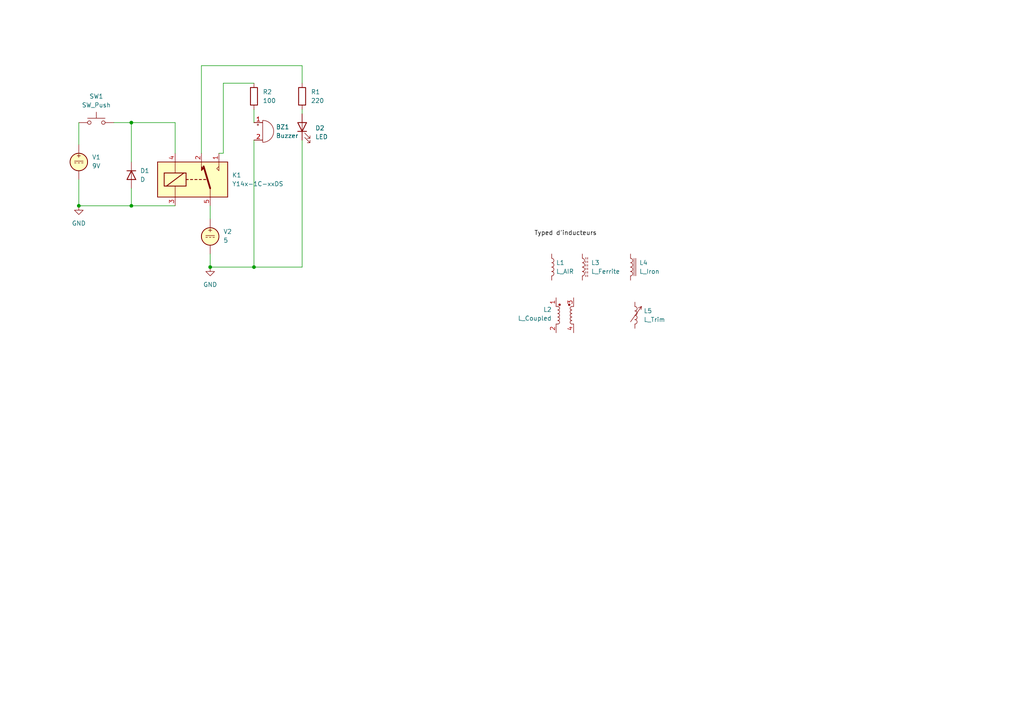
<source format=kicad_sch>
(kicad_sch (version 20231120) (generator "eeschema") (generator_version "8.0")
  (paper "A4")
  (lib_symbols
    (symbol "Device:Buzzer" (pin_names (offset 0.0254) hide)
      (property "Reference" "BZ" (at 3.81 1.27 0))
      (property "Value" "Buzzer" (at 3.81 -1.27 0))
      (symbol "Buzzer_0_1"
        (arc (start 0 -3.175) (mid 3.1612 0) (end 0 3.175))
        (polyline (pts (xy -1.651 1.905) (xy -1.143 1.905)))
        (polyline (pts (xy -1.397 2.159) (xy -1.397 1.651)))
        (polyline (pts (xy 0 3.175) (xy 0 -3.175)))
      )
      (symbol "Buzzer_1_1"
        (pin passive line (at -2.54 2.54 0) (length 2.54) (name "+") (number "1"))
        (pin passive line (at -2.54 -2.54 0) (length 2.54) (name "-") (number "2"))
      )
    )
    (symbol "Device:D" (pin_numbers hide) (pin_names (offset 1.016) hide)
      (property "Reference" "D" (at 0 2.54 0))
      (property "Value" "D" (at 0 -2.54 0))
      (symbol "D_0_1"
        (polyline (pts (xy -1.27 1.27) (xy -1.27 -1.27)) (stroke (width 0.254)))
        (polyline (pts (xy 1.27 0) (xy -1.27 0)))
        (polyline (pts (xy 1.27 1.27) (xy 1.27 -1.27) (xy -1.27 0) (xy 1.27 1.27)) (stroke (width 0.254)))
      )
      (symbol "D_1_1"
        (pin passive line (at -3.81 0 0) (length 2.54) (name "K") (number "1"))
        (pin passive line (at 3.81 0 180) (length 2.54) (name "A") (number "2"))
      )
    )
    (symbol "Device:L" (pin_numbers hide) (pin_names (offset 1.016) hide)
      (property "Reference" "L" (at -1.27 0 90))
      (property "Value" "L" (at 1.905 0 90))
      (symbol "L_0_1"
        (arc (start 0 -2.54) (mid 0.6323 -1.905) (end 0 -1.27))
        (arc (start 0 -1.27) (mid 0.6323 -0.635) (end 0 0))
        (arc (start 0 0) (mid 0.6323 0.635) (end 0 1.27))
        (arc (start 0 1.27) (mid 0.6323 1.905) (end 0 2.54))
      )
      (symbol "L_1_1"
        (pin passive line (at 0 3.81 270) (length 1.27) (name "1") (number "1"))
        (pin passive line (at 0 -3.81 90) (length 1.27) (name "2") (number "2"))
      )
    )
    (symbol "Device:LED" (pin_numbers hide) (pin_names (offset 1.016) hide)
      (property "Reference" "D" (at 0 2.54 0))
      (property "Value" "LED" (at 0 -2.54 0))
      (symbol "LED_0_1"
        (polyline (pts (xy -1.27 -1.27) (xy -1.27 1.27)) (stroke (width 0.254)))
        (polyline (pts (xy -1.27 0) (xy 1.27 0)))
        (polyline (pts (xy 1.27 -1.27) (xy 1.27 1.27) (xy -1.27 0) (xy 1.27 -1.27)) (stroke (width 0.254)))
        (polyline (pts (xy -3.048 -0.762) (xy -4.572 -2.286) (xy -3.81 -2.286) (xy -4.572 -2.286) (xy -4.572 -1.524)))
        (polyline (pts (xy -1.778 -0.762) (xy -3.302 -2.286) (xy -2.54 -2.286) (xy -3.302 -2.286) (xy -3.302 -1.524)))
      )
      (symbol "LED_1_1"
        (pin passive line (at -3.81 0 0) (length 2.54) (name "K") (number "1"))
        (pin passive line (at 3.81 0 180) (length 2.54) (name "A") (number "2"))
      )
    )
    (symbol "Device:L_Coupled" (pin_names (offset 0.254) hide)
      (property "Reference" "L" (at 0 4.445 0))
      (property "Value" "L_Coupled" (at 0 -4.445 0))
      (symbol "L_Coupled_0_1"
        (circle (center -3.048 -1.27) (radius 0.254) (fill (type outline)))
        (circle (center -3.048 1.524) (radius 0.254) (fill (type outline)))
        (arc (start -2.54 2.032) (mid -2.032 1.5262) (end -1.524 2.032))
        (arc (start -1.524 -2.032) (mid -2.032 -1.5262) (end -2.54 -2.032))
        (arc (start -1.524 2.032) (mid -1.016 1.5262) (end -0.508 2.032))
        (arc (start -0.508 -2.032) (mid -1.016 -1.5262) (end -1.524 -2.032))
        (arc (start -0.508 2.032) (mid 0 1.5262) (end 0.508 2.032))
        (polyline (pts (xy -2.54 -2.032) (xy -2.54 -2.54)))
        (polyline (pts (xy -2.54 2.032) (xy -2.54 2.54)))
        (polyline (pts (xy 2.54 -2.032) (xy 2.54 -2.54)))
        (polyline (pts (xy 2.54 2.54) (xy 2.54 2.032)))
        (arc (start 0.508 -2.032) (mid 0 -1.5262) (end -0.508 -2.032))
        (arc (start 0.508 2.032) (mid 1.016 1.5262) (end 1.524 2.032))
        (arc (start 1.524 -2.032) (mid 1.016 -1.5262) (end 0.508 -2.032))
        (arc (start 1.524 2.032) (mid 2.032 1.5262) (end 2.54 2.032))
        (arc (start 2.54 -2.032) (mid 2.032 -1.5262) (end 1.524 -2.032))
      )
      (symbol "L_Coupled_1_1"
        (pin passive line (at -5.08 2.54 0) (length 2.54) (name "1") (number "1"))
        (pin passive line (at 5.08 2.54 180) (length 2.54) (name "2") (number "2"))
        (pin passive line (at -5.08 -2.54 0) (length 2.54) (name "3") (number "3"))
        (pin passive line (at 5.08 -2.54 180) (length 2.54) (name "4") (number "4"))
      )
    )
    (symbol "Device:L_Ferrite" (pin_numbers hide) (pin_names (offset 1.016) hide)
      (property "Reference" "L" (at -1.27 0 90))
      (property "Value" "L_Ferrite" (at 2.794 0 90))
      (symbol "L_Ferrite_0_1"
        (arc (start 0 -2.54) (mid 0.6323 -1.905) (end 0 -1.27))
        (arc (start 0 -1.27) (mid 0.6323 -0.635) (end 0 0))
        (polyline (pts (xy 1.016 -2.794) (xy 1.016 -2.286)))
        (polyline (pts (xy 1.016 -1.778) (xy 1.016 -1.27)))
        (polyline (pts (xy 1.016 -0.762) (xy 1.016 -0.254)))
        (polyline (pts (xy 1.016 0.254) (xy 1.016 0.762)))
        (polyline (pts (xy 1.016 1.27) (xy 1.016 1.778)))
        (polyline (pts (xy 1.016 2.286) (xy 1.016 2.794)))
        (polyline (pts (xy 1.524 -2.286) (xy 1.524 -2.794)))
        (polyline (pts (xy 1.524 -1.27) (xy 1.524 -1.778)))
        (polyline (pts (xy 1.524 -0.254) (xy 1.524 -0.762)))
        (polyline (pts (xy 1.524 0.762) (xy 1.524 0.254)))
        (polyline (pts (xy 1.524 1.778) (xy 1.524 1.27)))
        (polyline (pts (xy 1.524 2.794) (xy 1.524 2.286)))
        (arc (start 0 0) (mid 0.6323 0.635) (end 0 1.27))
        (arc (start 0 1.27) (mid 0.6323 1.905) (end 0 2.54))
      )
      (symbol "L_Ferrite_1_1"
        (pin passive line (at 0 3.81 270) (length 1.27) (name "1") (number "1"))
        (pin passive line (at 0 -3.81 90) (length 1.27) (name "2") (number "2"))
      )
    )
    (symbol "Device:L_Iron" (pin_numbers hide) (pin_names (offset 1.016) hide)
      (property "Reference" "L" (at -1.27 0 90))
      (property "Value" "L_Iron" (at 2.794 0 90))
      (symbol "L_Iron_0_1"
        (arc (start 0 -2.54) (mid 0.6323 -1.905) (end 0 -1.27))
        (arc (start 0 -1.27) (mid 0.6323 -0.635) (end 0 0))
        (polyline (pts (xy 1.016 2.54) (xy 1.016 -2.54)))
        (polyline (pts (xy 1.524 -2.54) (xy 1.524 2.54)))
        (arc (start 0 0) (mid 0.6323 0.635) (end 0 1.27))
        (arc (start 0 1.27) (mid 0.6323 1.905) (end 0 2.54))
      )
      (symbol "L_Iron_1_1"
        (pin passive line (at 0 3.81 270) (length 1.27) (name "1") (number "1"))
        (pin passive line (at 0 -3.81 90) (length 1.27) (name "2") (number "2"))
      )
    )
    (symbol "Device:L_Trim" (pin_numbers hide) (pin_names (offset 1.016) hide)
      (property "Reference" "L" (at -1.905 0 90))
      (property "Value" "L_Trim" (at 3.175 0 90))
      (symbol "L_Trim_0_1"
        (arc (start 0 -2.54) (mid 0.6323 -1.905) (end 0 -1.27))
        (arc (start 0 -1.27) (mid 0.6323 -0.635) (end 0 0))
        (polyline (pts (xy -1.27 -1.905) (xy 1.905 2.54)))
        (polyline (pts (xy 1.905 2.54) (xy 1.016 2.159)))
        (polyline (pts (xy 1.905 2.54) (xy 1.778 1.651)))
        (arc (start 0 0) (mid 0.6323 0.635) (end 0 1.27))
        (arc (start 0 1.27) (mid 0.6323 1.905) (end 0 2.54))
      )
      (symbol "L_Trim_1_1"
        (pin passive line (at 0 3.81 270) (length 1.27) (name "1") (number "1"))
        (pin passive line (at 0 -3.81 90) (length 1.27) (name "2") (number "2"))
      )
    )
    (symbol "Device:R" (pin_numbers hide) (pin_names (offset 0))
      (property "Reference" "R" (at 2.032 0 90))
      (property "Value" "R" (at 0 0 90))
      (symbol "R_0_1"
        (rectangle (start -1.016 -2.54) (end 1.016 2.54) (stroke (width 0.254)))
      )
      (symbol "R_1_1"
        (pin passive line (at 0 3.81 270) (length 1.27) (name "~") (number "1"))
        (pin passive line (at 0 -3.81 90) (length 1.27) (name "~") (number "2"))
      )
    )
    (symbol "Relay:Y14x-1C-xxDS"
      (property "Reference" "K" (at 11.43 3.81 0))
      (property "Value" "Y14x-1C-xxDS" (at 11.43 1.27 0))
      (symbol "Y14x-1C-xxDS_0_0"
        (polyline (pts (xy 7.62 5.08) (xy 7.62 2.54) (xy 6.985 3.175) (xy 7.62 3.81)))
      )
      (symbol "Y14x-1C-xxDS_0_1"
        (rectangle (start -10.16 5.08) (end 10.16 -5.08) (stroke (width 0.254)) (fill (type background)))
        (rectangle (start -8.255 1.905) (end -1.905 -1.905) (stroke (width 0.254)))
        (polyline (pts (xy -7.62 -1.905) (xy -2.54 1.905)) (stroke (width 0.254)))
        (polyline (pts (xy -5.08 -5.08) (xy -5.08 -1.905)))
        (polyline (pts (xy -5.08 5.08) (xy -5.08 1.905)))
        (polyline (pts (xy -1.905 0) (xy -1.27 0)) (stroke (width 0.254)))
        (polyline (pts (xy -0.635 0) (xy 0 0)) (stroke (width 0.254)))
        (polyline (pts (xy 0.635 0) (xy 1.27 0)) (stroke (width 0.254)))
        (polyline (pts (xy 1.905 0) (xy 2.54 0)) (stroke (width 0.254)))
        (polyline (pts (xy 3.175 0) (xy 3.81 0)) (stroke (width 0.254)))
        (polyline (pts (xy 5.08 -2.54) (xy 3.175 3.81)) (stroke (width 0.508)))
        (polyline (pts (xy 5.08 -2.54) (xy 5.08 -5.08)))
        (polyline (pts (xy 2.54 5.08) (xy 2.54 2.54) (xy 3.175 3.175) (xy 2.54 3.81)) (fill (type outline)))
      )
      (symbol "Y14x-1C-xxDS_1_1"
        (pin passive line (at 7.62 7.62 270) (length 2.54) (name "~") (number "1"))
        (pin passive line (at 2.54 7.62 270) (length 2.54) (name "~") (number "2"))
        (pin passive line (at -5.08 -7.62 90) (length 2.54) (name "~") (number "3"))
        (pin passive line (at -5.08 7.62 270) (length 2.54) (name "~") (number "4"))
        (pin passive line (at 5.08 -7.62 90) (length 2.54) (name "~") (number "5"))
        (pin passive line (at 5.08 -7.62 90) (length 2.54) hide (name "~") (number "6"))
      )
    )
    (symbol "Simulation_SPICE:VDC" (pin_numbers hide) (pin_names (offset 0.0254))
      (property "Reference" "V" (at 2.54 2.54 0))
      (property "Value" "1" (at 2.54 0 0))
      (symbol "VDC_0_0"
        (polyline (pts (xy -1.27 0.254) (xy 1.27 0.254)))
        (polyline (pts (xy -0.762 -0.254) (xy -1.27 -0.254)))
        (polyline (pts (xy 0.254 -0.254) (xy -0.254 -0.254)))
        (polyline (pts (xy 1.27 -0.254) (xy 0.762 -0.254)))
        (text "+" (at 0 1.905 0) (effects (font (size 1.27 1.27))))
      )
      (symbol "VDC_0_1"
        (circle (center 0 0) (radius 2.54) (stroke (width 0.254)) (fill (type background)))
      )
      (symbol "VDC_1_1"
        (pin passive line (at 0 5.08 270) (length 2.54) (name "~") (number "1"))
        (pin passive line (at 0 -5.08 90) (length 2.54) (name "~") (number "2"))
      )
    )
    (symbol "Switch:SW_Push" (pin_numbers hide) (pin_names (offset 1.016) hide)
      (property "Reference" "SW" (at 1.27 2.54 0))
      (property "Value" "SW_Push" (at 0 -1.524 0))
      (symbol "SW_Push_0_1"
        (circle (center -2.032 0) (radius 0.508))
        (polyline (pts (xy 0 1.27) (xy 0 3.048)))
        (polyline (pts (xy 2.54 1.27) (xy -2.54 1.27)))
        (circle (center 2.032 0) (radius 0.508))
        (pin passive line (at -5.08 0 0) (length 2.54) (name "1") (number "1"))
        (pin passive line (at 5.08 0 180) (length 2.54) (name "2") (number "2"))
      )
    )
    (symbol "power:GND" (power) (pin_numbers hide) (pin_names (offset 0) hide)
      (property "Value" "GND" (at 0 -3.81 0))
      (symbol "GND_0_1"
        (polyline (pts (xy 0 0) (xy 0 -1.27) (xy 1.27 -1.27) (xy 0 -2.54) (xy -1.27 -1.27) (xy 0 -1.27)))
      )
      (symbol "GND_1_1"
        (pin power_in line (at 0 0 270) (length 0) (name "~") (number "1"))
      )
    )
  )
  (junction (at 22.86 59.69))
  (junction (at 73.66 77.47))
  (junction (at 60.96 77.47))
  (junction (at 38.1 59.69))
  (junction (at 38.1 35.56))
  (wire (pts (xy 38.1 35.56) (xy 38.1 46.99)))
  (wire (pts (xy 50.8 59.69) (xy 38.1 59.69)))
  (wire (pts (xy 87.63 31.75) (xy 87.63 33.02)))
  (wire (pts (xy 73.66 40.64) (xy 73.66 77.47)))
  (wire (pts (xy 87.63 40.64) (xy 87.63 77.47)))
  (wire (pts (xy 50.8 35.56) (xy 38.1 35.56)))
  (wire (pts (xy 50.8 44.45) (xy 50.8 35.56)))
  (wire (pts (xy 73.66 31.75) (xy 73.66 35.56)))
  (wire (pts (xy 63.5 44.45) (xy 64.77 44.45)))
  (wire (pts (xy 22.86 35.56) (xy 22.86 41.91)))
  (wire (pts (xy 73.66 77.47) (xy 60.96 77.47)))
  (wire (pts (xy 38.1 59.69) (xy 22.86 59.69)))
  (wire (pts (xy 58.42 44.45) (xy 58.42 19.05)))
  (wire (pts (xy 60.96 77.47) (xy 60.96 73.66)))
  (wire (pts (xy 64.77 44.45) (xy 64.77 24.13)))
  (wire (pts (xy 22.86 59.69) (xy 22.86 52.07)))
  (wire (pts (xy 60.96 59.69) (xy 60.96 63.5)))
  (wire (pts (xy 38.1 54.61) (xy 38.1 59.69)))
  (wire (pts (xy 33.02 35.56) (xy 38.1 35.56)))
  (wire (pts (xy 58.42 19.05) (xy 87.63 19.05)))
  (wire (pts (xy 87.63 77.47) (xy 73.66 77.47)))
  (wire (pts (xy 87.63 19.05) (xy 87.63 24.13)))
  (wire (pts (xy 64.77 24.13) (xy 73.66 24.13)))
  (label "Typed d'inducteurs" (at 154.94 68.58 0))
  (symbol (lib_id "Device:Buzzer") (at 76.2 38.1 0) (unit 1)
    (property "Reference" "BZ1" (at 80.01 36.8299 0) (effects (justify left)))
    (property "Value" "Buzzer" (at 80.01 39.3699 0) (effects (justify left)))
    (property "Description" "Buzzer, polarized" (effects (hide yes)))
  )
  (symbol (lib_id "Device:L_Trim") (at 184.15 91.44 0) (unit 1)
    (property "Reference" "L5" (at 186.69 90.1699 0) (effects (justify left)))
    (property "Value" "L_Trim" (at 186.69 92.7099 0) (effects (justify left)))
    (property "Description" "Variable inductor" (effects (hide yes)))
  )
  (symbol (lib_id "Device:R") (at 73.66 27.94 0) (unit 1)
    (property "Reference" "R2" (at 76.2 26.6699 0) (effects (justify left)))
    (property "Value" "100" (at 76.2 29.2099 0) (effects (justify left)))
    (property "Description" "Resistor" (effects (hide yes)))
  )
  (symbol (lib_id "Device:L") (at 160.02 77.47 0) (unit 1)
    (property "Reference" "L1" (at 161.29 76.1999 0) (effects (justify left)))
    (property "Value" "L_AIR" (at 161.29 78.7399 0) (effects (justify left)))
    (property "Description" "Inductor" (effects (hide yes)))
  )
  (symbol (lib_id "Switch:SW_Push") (at 27.94 35.56 0) (unit 1)
    (property "Reference" "SW1" (at 27.94 27.94 0))
    (property "Value" "SW_Push" (at 27.94 30.48 0))
    (property "Description" "Push button switch, generic, two pins" (effects (hide yes)))
  )
  (symbol (lib_id "Simulation_SPICE:VDC") (at 60.96 68.58 0) (unit 1)
    (property "Reference" "V2" (at 64.77 67.1801 0) (effects (justify left)))
    (property "Value" "5" (at 64.77 69.7201 0) (effects (justify left)))
    (property "Datasheet" "https://ngspice.sourceforge.io/docs/ngspice-html-manual/manual.xhtml#sec_Independent_Sources_for" (effects (hide yes)))
    (property "Description" "Voltage source, DC" (effects (hide yes)))
    (property "Sim.Pins" "1=+ 2=-" (effects (hide yes)))
    (property "Sim.Type" "DC" (effects (hide yes)))
    (property "Sim.Device" "V" (effects (hide yes)))
  )
  (symbol (lib_id "power:GND") (at 22.86 59.69 0) (unit 1)
    (property "Reference" "#PWR2" (effects (hide yes)))
    (property "Value" "GND" (at 22.86 64.77 0))
    (property "Description" "Power symbol creates a global label with name \"GND\" , ground" (effects (hide yes)))
  )
  (symbol (lib_id "Device:R") (at 87.63 27.94 0) (unit 1)
    (property "Reference" "R1" (at 90.17 26.6699 0) (effects (justify left)))
    (property "Value" "220" (at 90.17 29.2099 0) (effects (justify left)))
    (property "Description" "Resistor" (effects (hide yes)))
  )
  (symbol (lib_id "Device:LED") (at 87.63 36.83 90) (unit 1)
    (property "Reference" "D2" (at 91.44 37.1474 90) (effects (justify right)))
    (property "Value" "LED" (at 91.44 39.6874 90) (effects (justify right)))
    (property "Description" "Light emitting diode" (effects (hide yes)))
  )
  (symbol (lib_id "Device:L_Iron") (at 182.88 77.47 0) (unit 1)
    (property "Reference" "L4" (at 185.42 76.1999 0) (effects (justify left)))
    (property "Value" "L_Iron" (at 185.42 78.7399 0) (effects (justify left)))
    (property "Description" "Inductor with iron core" (effects (hide yes)))
  )
  (symbol (lib_id "Simulation_SPICE:VDC") (at 22.86 46.99 0) (unit 1)
    (property "Reference" "V1" (at 26.67 45.5901 0) (effects (justify left)))
    (property "Value" "9V" (at 26.67 48.1301 0) (effects (justify left)))
    (property "Datasheet" "https://ngspice.sourceforge.io/docs/ngspice-html-manual/manual.xhtml#sec_Independent_Sources_for" (effects (hide yes)))
    (property "Description" "Voltage source, DC" (effects (hide yes)))
    (property "Sim.Pins" "1=+ 2=-" (effects (hide yes)))
    (property "Sim.Type" "DC" (effects (hide yes)))
    (property "Sim.Device" "V" (effects (hide yes)))
  )
  (symbol (lib_id "power:GND") (at 60.96 77.47 0) (unit 1)
    (property "Reference" "#PWR1" (effects (hide yes)))
    (property "Value" "GND" (at 60.96 82.55 0))
    (property "Description" "Power symbol creates a global label with name \"GND\" , ground" (effects (hide yes)))
  )
  (symbol (lib_id "Device:D") (at 38.1 50.8 270) (unit 1)
    (property "Reference" "D1" (at 40.64 49.5299 90) (effects (justify left)))
    (property "Value" "D" (at 40.64 52.0699 90) (effects (justify left)))
    (property "Description" "Diode" (effects (hide yes)))
    (property "Sim.Device" "D" (effects (hide yes)))
    (property "Sim.Pins" "1=K 2=A" (effects (hide yes)))
  )
  (symbol (lib_id "Device:L_Ferrite") (at 168.91 77.47 0) (unit 1)
    (property "Reference" "L3" (at 171.45 76.1999 0) (effects (justify left)))
    (property "Value" "L_Ferrite" (at 171.45 78.7399 0) (effects (justify left)))
    (property "Description" "Inductor with ferrite core" (effects (hide yes)))
  )
  (symbol (lib_id "Device:L_Coupled") (at 163.83 91.44 90) (mirror x) (unit 1)
    (property "Reference" "L2" (at 160.02 89.7889 90) (effects (justify left)))
    (property "Value" "L_Coupled" (at 160.02 92.3289 90) (effects (justify left)))
    (property "Description" "Coupled inductor" (effects (hide yes)))
  )
  (symbol (lib_id "Relay:Y14x-1C-xxDS") (at 55.88 52.07 0) (unit 1)
    (property "Reference" "K1" (at 67.31 50.7999 0) (effects (justify left)))
    (property "Value" "Y14x-1C-xxDS" (at 67.31 53.3399 0) (effects (justify left)))
    (property "Footprint" "Relay_THT:Relay_SPDT_HsinDa_Y14" (effects (hide yes)))
    (property "Datasheet" "http://www.hsinda.com.tw/upload/file/Y14-20200430135145.pdf" (effects (hide yes)))
    (property "Description" "Hsin Da Y14-series relay, Single Pole Dual Throw" (effects (hide yes)))
  )
)
</source>
